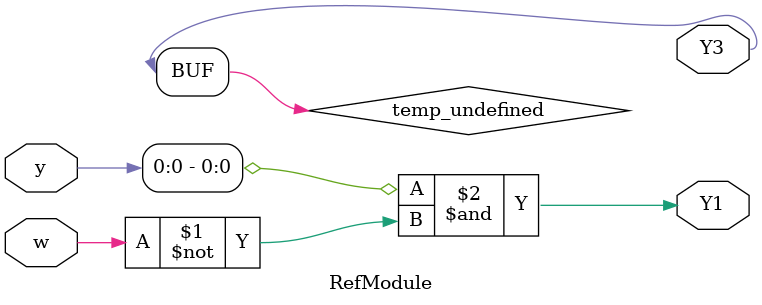
<source format=sv>

module RefModule (
  input  [5:0] y,
  input        w,
  output       Y1,
  output       Y3
);

  assign Y1 = y[0]&~w;
  assign Y3 = temp_undefined;

endmodule


</source>
